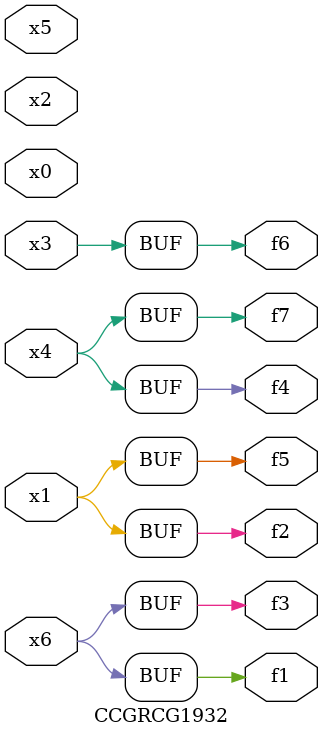
<source format=v>
module CCGRCG1932(
	input x0, x1, x2, x3, x4, x5, x6,
	output f1, f2, f3, f4, f5, f6, f7
);
	assign f1 = x6;
	assign f2 = x1;
	assign f3 = x6;
	assign f4 = x4;
	assign f5 = x1;
	assign f6 = x3;
	assign f7 = x4;
endmodule

</source>
